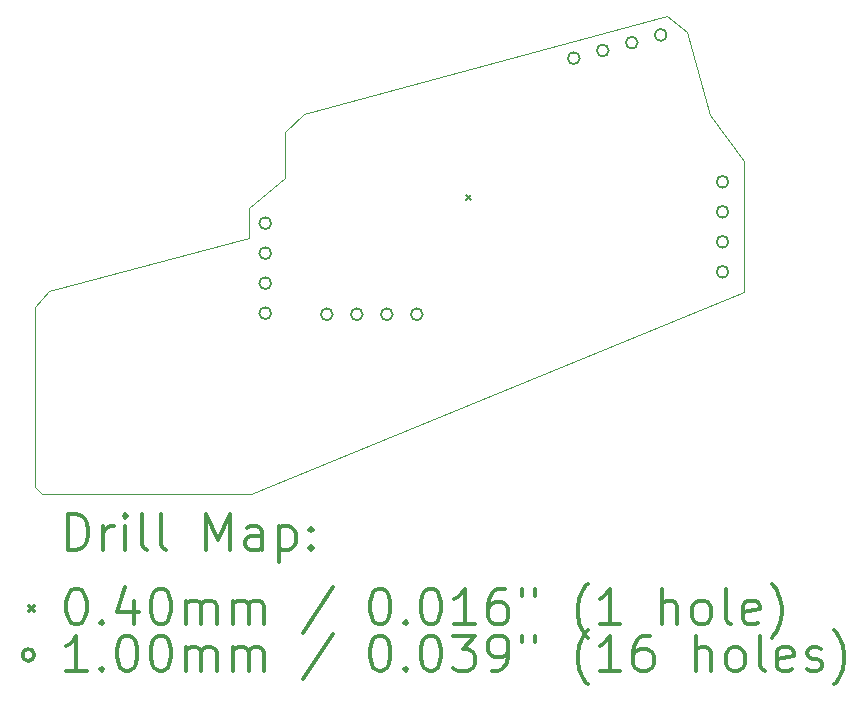
<source format=gbr>
%FSLAX45Y45*%
G04 Gerber Fmt 4.5, Leading zero omitted, Abs format (unit mm)*
G04 Created by KiCad (PCBNEW (5.1.4)-1) date 2023-09-09 05:28:28*
%MOMM*%
%LPD*%
G04 APERTURE LIST*
%ADD10C,0.050000*%
%ADD11C,0.200000*%
%ADD12C,0.300000*%
G04 APERTURE END LIST*
D10*
X-16417000Y-43229000D02*
X-14647000Y-43230000D01*
X-16478000Y-41644000D02*
X-16477000Y-43169000D01*
X-16358000Y-41510000D02*
X-16478000Y-41644000D01*
X-16477000Y-43169000D02*
X-16417000Y-43229000D01*
X-14662000Y-41056000D02*
X-16358000Y-41510000D01*
X-10469855Y-41517132D02*
X-14647000Y-43230000D01*
X-10949861Y-39313217D02*
X-11127158Y-39182619D01*
X-11127158Y-39182619D02*
X-14199856Y-40007338D01*
X-10759256Y-40019786D02*
X-10949861Y-39313217D01*
X-10759256Y-40019786D02*
X-10470385Y-40403131D01*
X-10469855Y-41517132D02*
X-10470385Y-40403131D01*
X-14662081Y-40805850D02*
X-14356862Y-40549556D01*
X-14199856Y-40007338D02*
X-14355680Y-40157437D01*
X-14662000Y-41056000D02*
X-14662081Y-40805850D01*
X-14356862Y-40549556D02*
X-14355680Y-40157437D01*
D11*
X-12821000Y-40697000D02*
X-12781000Y-40737000D01*
X-12781000Y-40697000D02*
X-12821000Y-40737000D01*
X-10602814Y-40582871D02*
G75*
G03X-10602814Y-40582871I-50000J0D01*
G01*
X-10602814Y-40836871D02*
G75*
G03X-10602814Y-40836871I-50000J0D01*
G01*
X-10602814Y-41090871D02*
G75*
G03X-10602814Y-41090871I-50000J0D01*
G01*
X-10602814Y-41344871D02*
G75*
G03X-10602814Y-41344871I-50000J0D01*
G01*
X-11862322Y-39536059D02*
G75*
G03X-11862322Y-39536059I-50000J0D01*
G01*
X-11616977Y-39470319D02*
G75*
G03X-11616977Y-39470319I-50000J0D01*
G01*
X-11371632Y-39404579D02*
G75*
G03X-11371632Y-39404579I-50000J0D01*
G01*
X-11126286Y-39338839D02*
G75*
G03X-11126286Y-39338839I-50000J0D01*
G01*
X-13953933Y-41704457D02*
G75*
G03X-13953933Y-41704457I-50000J0D01*
G01*
X-13699933Y-41704457D02*
G75*
G03X-13699933Y-41704457I-50000J0D01*
G01*
X-13445933Y-41704457D02*
G75*
G03X-13445933Y-41704457I-50000J0D01*
G01*
X-13191933Y-41704457D02*
G75*
G03X-13191933Y-41704457I-50000J0D01*
G01*
X-14474662Y-40932789D02*
G75*
G03X-14474662Y-40932789I-50000J0D01*
G01*
X-14474662Y-41186789D02*
G75*
G03X-14474662Y-41186789I-50000J0D01*
G01*
X-14474662Y-41440789D02*
G75*
G03X-14474662Y-41440789I-50000J0D01*
G01*
X-14474662Y-41694789D02*
G75*
G03X-14474662Y-41694789I-50000J0D01*
G01*
D12*
X-16194071Y-43698214D02*
X-16194071Y-43398214D01*
X-16122643Y-43398214D01*
X-16079786Y-43412500D01*
X-16051214Y-43441072D01*
X-16036929Y-43469643D01*
X-16022643Y-43526786D01*
X-16022643Y-43569643D01*
X-16036929Y-43626786D01*
X-16051214Y-43655357D01*
X-16079786Y-43683929D01*
X-16122643Y-43698214D01*
X-16194071Y-43698214D01*
X-15894071Y-43698214D02*
X-15894071Y-43498214D01*
X-15894071Y-43555357D02*
X-15879786Y-43526786D01*
X-15865500Y-43512500D01*
X-15836929Y-43498214D01*
X-15808357Y-43498214D01*
X-15708357Y-43698214D02*
X-15708357Y-43498214D01*
X-15708357Y-43398214D02*
X-15722643Y-43412500D01*
X-15708357Y-43426786D01*
X-15694071Y-43412500D01*
X-15708357Y-43398214D01*
X-15708357Y-43426786D01*
X-15522643Y-43698214D02*
X-15551214Y-43683929D01*
X-15565500Y-43655357D01*
X-15565500Y-43398214D01*
X-15365500Y-43698214D02*
X-15394071Y-43683929D01*
X-15408357Y-43655357D01*
X-15408357Y-43398214D01*
X-15022643Y-43698214D02*
X-15022643Y-43398214D01*
X-14922643Y-43612500D01*
X-14822643Y-43398214D01*
X-14822643Y-43698214D01*
X-14551214Y-43698214D02*
X-14551214Y-43541072D01*
X-14565500Y-43512500D01*
X-14594071Y-43498214D01*
X-14651214Y-43498214D01*
X-14679786Y-43512500D01*
X-14551214Y-43683929D02*
X-14579786Y-43698214D01*
X-14651214Y-43698214D01*
X-14679786Y-43683929D01*
X-14694071Y-43655357D01*
X-14694071Y-43626786D01*
X-14679786Y-43598214D01*
X-14651214Y-43583929D01*
X-14579786Y-43583929D01*
X-14551214Y-43569643D01*
X-14408357Y-43498214D02*
X-14408357Y-43798214D01*
X-14408357Y-43512500D02*
X-14379786Y-43498214D01*
X-14322643Y-43498214D01*
X-14294071Y-43512500D01*
X-14279786Y-43526786D01*
X-14265500Y-43555357D01*
X-14265500Y-43641072D01*
X-14279786Y-43669643D01*
X-14294071Y-43683929D01*
X-14322643Y-43698214D01*
X-14379786Y-43698214D01*
X-14408357Y-43683929D01*
X-14136929Y-43669643D02*
X-14122643Y-43683929D01*
X-14136929Y-43698214D01*
X-14151214Y-43683929D01*
X-14136929Y-43669643D01*
X-14136929Y-43698214D01*
X-14136929Y-43512500D02*
X-14122643Y-43526786D01*
X-14136929Y-43541072D01*
X-14151214Y-43526786D01*
X-14136929Y-43512500D01*
X-14136929Y-43541072D01*
X-16520500Y-44172500D02*
X-16480500Y-44212500D01*
X-16480500Y-44172500D02*
X-16520500Y-44212500D01*
X-16136929Y-44028214D02*
X-16108357Y-44028214D01*
X-16079786Y-44042500D01*
X-16065500Y-44056786D01*
X-16051214Y-44085357D01*
X-16036929Y-44142500D01*
X-16036929Y-44213929D01*
X-16051214Y-44271072D01*
X-16065500Y-44299643D01*
X-16079786Y-44313929D01*
X-16108357Y-44328214D01*
X-16136929Y-44328214D01*
X-16165500Y-44313929D01*
X-16179786Y-44299643D01*
X-16194071Y-44271072D01*
X-16208357Y-44213929D01*
X-16208357Y-44142500D01*
X-16194071Y-44085357D01*
X-16179786Y-44056786D01*
X-16165500Y-44042500D01*
X-16136929Y-44028214D01*
X-15908357Y-44299643D02*
X-15894071Y-44313929D01*
X-15908357Y-44328214D01*
X-15922643Y-44313929D01*
X-15908357Y-44299643D01*
X-15908357Y-44328214D01*
X-15636929Y-44128214D02*
X-15636929Y-44328214D01*
X-15708357Y-44013929D02*
X-15779786Y-44228214D01*
X-15594071Y-44228214D01*
X-15422643Y-44028214D02*
X-15394071Y-44028214D01*
X-15365500Y-44042500D01*
X-15351214Y-44056786D01*
X-15336929Y-44085357D01*
X-15322643Y-44142500D01*
X-15322643Y-44213929D01*
X-15336929Y-44271072D01*
X-15351214Y-44299643D01*
X-15365500Y-44313929D01*
X-15394071Y-44328214D01*
X-15422643Y-44328214D01*
X-15451214Y-44313929D01*
X-15465500Y-44299643D01*
X-15479786Y-44271072D01*
X-15494071Y-44213929D01*
X-15494071Y-44142500D01*
X-15479786Y-44085357D01*
X-15465500Y-44056786D01*
X-15451214Y-44042500D01*
X-15422643Y-44028214D01*
X-15194071Y-44328214D02*
X-15194071Y-44128214D01*
X-15194071Y-44156786D02*
X-15179786Y-44142500D01*
X-15151214Y-44128214D01*
X-15108357Y-44128214D01*
X-15079786Y-44142500D01*
X-15065500Y-44171072D01*
X-15065500Y-44328214D01*
X-15065500Y-44171072D02*
X-15051214Y-44142500D01*
X-15022643Y-44128214D01*
X-14979786Y-44128214D01*
X-14951214Y-44142500D01*
X-14936929Y-44171072D01*
X-14936929Y-44328214D01*
X-14794071Y-44328214D02*
X-14794071Y-44128214D01*
X-14794071Y-44156786D02*
X-14779786Y-44142500D01*
X-14751214Y-44128214D01*
X-14708357Y-44128214D01*
X-14679786Y-44142500D01*
X-14665500Y-44171072D01*
X-14665500Y-44328214D01*
X-14665500Y-44171072D02*
X-14651214Y-44142500D01*
X-14622643Y-44128214D01*
X-14579786Y-44128214D01*
X-14551214Y-44142500D01*
X-14536929Y-44171072D01*
X-14536929Y-44328214D01*
X-13951214Y-44013929D02*
X-14208357Y-44399643D01*
X-13565500Y-44028214D02*
X-13536929Y-44028214D01*
X-13508357Y-44042500D01*
X-13494071Y-44056786D01*
X-13479786Y-44085357D01*
X-13465500Y-44142500D01*
X-13465500Y-44213929D01*
X-13479786Y-44271072D01*
X-13494071Y-44299643D01*
X-13508357Y-44313929D01*
X-13536929Y-44328214D01*
X-13565500Y-44328214D01*
X-13594071Y-44313929D01*
X-13608357Y-44299643D01*
X-13622643Y-44271072D01*
X-13636929Y-44213929D01*
X-13636929Y-44142500D01*
X-13622643Y-44085357D01*
X-13608357Y-44056786D01*
X-13594071Y-44042500D01*
X-13565500Y-44028214D01*
X-13336929Y-44299643D02*
X-13322643Y-44313929D01*
X-13336929Y-44328214D01*
X-13351214Y-44313929D01*
X-13336929Y-44299643D01*
X-13336929Y-44328214D01*
X-13136929Y-44028214D02*
X-13108357Y-44028214D01*
X-13079786Y-44042500D01*
X-13065500Y-44056786D01*
X-13051214Y-44085357D01*
X-13036929Y-44142500D01*
X-13036929Y-44213929D01*
X-13051214Y-44271072D01*
X-13065500Y-44299643D01*
X-13079786Y-44313929D01*
X-13108357Y-44328214D01*
X-13136929Y-44328214D01*
X-13165500Y-44313929D01*
X-13179786Y-44299643D01*
X-13194071Y-44271072D01*
X-13208357Y-44213929D01*
X-13208357Y-44142500D01*
X-13194071Y-44085357D01*
X-13179786Y-44056786D01*
X-13165500Y-44042500D01*
X-13136929Y-44028214D01*
X-12751214Y-44328214D02*
X-12922643Y-44328214D01*
X-12836929Y-44328214D02*
X-12836929Y-44028214D01*
X-12865500Y-44071072D01*
X-12894071Y-44099643D01*
X-12922643Y-44113929D01*
X-12494071Y-44028214D02*
X-12551214Y-44028214D01*
X-12579786Y-44042500D01*
X-12594071Y-44056786D01*
X-12622643Y-44099643D01*
X-12636929Y-44156786D01*
X-12636929Y-44271072D01*
X-12622643Y-44299643D01*
X-12608357Y-44313929D01*
X-12579786Y-44328214D01*
X-12522643Y-44328214D01*
X-12494071Y-44313929D01*
X-12479786Y-44299643D01*
X-12465500Y-44271072D01*
X-12465500Y-44199643D01*
X-12479786Y-44171072D01*
X-12494071Y-44156786D01*
X-12522643Y-44142500D01*
X-12579786Y-44142500D01*
X-12608357Y-44156786D01*
X-12622643Y-44171072D01*
X-12636929Y-44199643D01*
X-12351214Y-44028214D02*
X-12351214Y-44085357D01*
X-12236929Y-44028214D02*
X-12236929Y-44085357D01*
X-11794071Y-44442500D02*
X-11808357Y-44428214D01*
X-11836929Y-44385357D01*
X-11851214Y-44356786D01*
X-11865500Y-44313929D01*
X-11879786Y-44242500D01*
X-11879786Y-44185357D01*
X-11865500Y-44113929D01*
X-11851214Y-44071072D01*
X-11836929Y-44042500D01*
X-11808357Y-43999643D01*
X-11794071Y-43985357D01*
X-11522643Y-44328214D02*
X-11694071Y-44328214D01*
X-11608357Y-44328214D02*
X-11608357Y-44028214D01*
X-11636929Y-44071072D01*
X-11665500Y-44099643D01*
X-11694071Y-44113929D01*
X-11165500Y-44328214D02*
X-11165500Y-44028214D01*
X-11036929Y-44328214D02*
X-11036929Y-44171072D01*
X-11051214Y-44142500D01*
X-11079786Y-44128214D01*
X-11122643Y-44128214D01*
X-11151214Y-44142500D01*
X-11165500Y-44156786D01*
X-10851214Y-44328214D02*
X-10879786Y-44313929D01*
X-10894072Y-44299643D01*
X-10908357Y-44271072D01*
X-10908357Y-44185357D01*
X-10894072Y-44156786D01*
X-10879786Y-44142500D01*
X-10851214Y-44128214D01*
X-10808357Y-44128214D01*
X-10779786Y-44142500D01*
X-10765500Y-44156786D01*
X-10751214Y-44185357D01*
X-10751214Y-44271072D01*
X-10765500Y-44299643D01*
X-10779786Y-44313929D01*
X-10808357Y-44328214D01*
X-10851214Y-44328214D01*
X-10579786Y-44328214D02*
X-10608357Y-44313929D01*
X-10622643Y-44285357D01*
X-10622643Y-44028214D01*
X-10351214Y-44313929D02*
X-10379786Y-44328214D01*
X-10436929Y-44328214D01*
X-10465500Y-44313929D01*
X-10479786Y-44285357D01*
X-10479786Y-44171072D01*
X-10465500Y-44142500D01*
X-10436929Y-44128214D01*
X-10379786Y-44128214D01*
X-10351214Y-44142500D01*
X-10336929Y-44171072D01*
X-10336929Y-44199643D01*
X-10479786Y-44228214D01*
X-10236929Y-44442500D02*
X-10222643Y-44428214D01*
X-10194072Y-44385357D01*
X-10179786Y-44356786D01*
X-10165500Y-44313929D01*
X-10151214Y-44242500D01*
X-10151214Y-44185357D01*
X-10165500Y-44113929D01*
X-10179786Y-44071072D01*
X-10194072Y-44042500D01*
X-10222643Y-43999643D01*
X-10236929Y-43985357D01*
X-16480500Y-44588500D02*
G75*
G03X-16480500Y-44588500I-50000J0D01*
G01*
X-16036929Y-44724214D02*
X-16208357Y-44724214D01*
X-16122643Y-44724214D02*
X-16122643Y-44424214D01*
X-16151214Y-44467072D01*
X-16179786Y-44495643D01*
X-16208357Y-44509929D01*
X-15908357Y-44695643D02*
X-15894071Y-44709929D01*
X-15908357Y-44724214D01*
X-15922643Y-44709929D01*
X-15908357Y-44695643D01*
X-15908357Y-44724214D01*
X-15708357Y-44424214D02*
X-15679786Y-44424214D01*
X-15651214Y-44438500D01*
X-15636929Y-44452786D01*
X-15622643Y-44481357D01*
X-15608357Y-44538500D01*
X-15608357Y-44609929D01*
X-15622643Y-44667072D01*
X-15636929Y-44695643D01*
X-15651214Y-44709929D01*
X-15679786Y-44724214D01*
X-15708357Y-44724214D01*
X-15736929Y-44709929D01*
X-15751214Y-44695643D01*
X-15765500Y-44667072D01*
X-15779786Y-44609929D01*
X-15779786Y-44538500D01*
X-15765500Y-44481357D01*
X-15751214Y-44452786D01*
X-15736929Y-44438500D01*
X-15708357Y-44424214D01*
X-15422643Y-44424214D02*
X-15394071Y-44424214D01*
X-15365500Y-44438500D01*
X-15351214Y-44452786D01*
X-15336929Y-44481357D01*
X-15322643Y-44538500D01*
X-15322643Y-44609929D01*
X-15336929Y-44667072D01*
X-15351214Y-44695643D01*
X-15365500Y-44709929D01*
X-15394071Y-44724214D01*
X-15422643Y-44724214D01*
X-15451214Y-44709929D01*
X-15465500Y-44695643D01*
X-15479786Y-44667072D01*
X-15494071Y-44609929D01*
X-15494071Y-44538500D01*
X-15479786Y-44481357D01*
X-15465500Y-44452786D01*
X-15451214Y-44438500D01*
X-15422643Y-44424214D01*
X-15194071Y-44724214D02*
X-15194071Y-44524214D01*
X-15194071Y-44552786D02*
X-15179786Y-44538500D01*
X-15151214Y-44524214D01*
X-15108357Y-44524214D01*
X-15079786Y-44538500D01*
X-15065500Y-44567072D01*
X-15065500Y-44724214D01*
X-15065500Y-44567072D02*
X-15051214Y-44538500D01*
X-15022643Y-44524214D01*
X-14979786Y-44524214D01*
X-14951214Y-44538500D01*
X-14936929Y-44567072D01*
X-14936929Y-44724214D01*
X-14794071Y-44724214D02*
X-14794071Y-44524214D01*
X-14794071Y-44552786D02*
X-14779786Y-44538500D01*
X-14751214Y-44524214D01*
X-14708357Y-44524214D01*
X-14679786Y-44538500D01*
X-14665500Y-44567072D01*
X-14665500Y-44724214D01*
X-14665500Y-44567072D02*
X-14651214Y-44538500D01*
X-14622643Y-44524214D01*
X-14579786Y-44524214D01*
X-14551214Y-44538500D01*
X-14536929Y-44567072D01*
X-14536929Y-44724214D01*
X-13951214Y-44409929D02*
X-14208357Y-44795643D01*
X-13565500Y-44424214D02*
X-13536929Y-44424214D01*
X-13508357Y-44438500D01*
X-13494071Y-44452786D01*
X-13479786Y-44481357D01*
X-13465500Y-44538500D01*
X-13465500Y-44609929D01*
X-13479786Y-44667072D01*
X-13494071Y-44695643D01*
X-13508357Y-44709929D01*
X-13536929Y-44724214D01*
X-13565500Y-44724214D01*
X-13594071Y-44709929D01*
X-13608357Y-44695643D01*
X-13622643Y-44667072D01*
X-13636929Y-44609929D01*
X-13636929Y-44538500D01*
X-13622643Y-44481357D01*
X-13608357Y-44452786D01*
X-13594071Y-44438500D01*
X-13565500Y-44424214D01*
X-13336929Y-44695643D02*
X-13322643Y-44709929D01*
X-13336929Y-44724214D01*
X-13351214Y-44709929D01*
X-13336929Y-44695643D01*
X-13336929Y-44724214D01*
X-13136929Y-44424214D02*
X-13108357Y-44424214D01*
X-13079786Y-44438500D01*
X-13065500Y-44452786D01*
X-13051214Y-44481357D01*
X-13036929Y-44538500D01*
X-13036929Y-44609929D01*
X-13051214Y-44667072D01*
X-13065500Y-44695643D01*
X-13079786Y-44709929D01*
X-13108357Y-44724214D01*
X-13136929Y-44724214D01*
X-13165500Y-44709929D01*
X-13179786Y-44695643D01*
X-13194071Y-44667072D01*
X-13208357Y-44609929D01*
X-13208357Y-44538500D01*
X-13194071Y-44481357D01*
X-13179786Y-44452786D01*
X-13165500Y-44438500D01*
X-13136929Y-44424214D01*
X-12936929Y-44424214D02*
X-12751214Y-44424214D01*
X-12851214Y-44538500D01*
X-12808357Y-44538500D01*
X-12779786Y-44552786D01*
X-12765500Y-44567072D01*
X-12751214Y-44595643D01*
X-12751214Y-44667072D01*
X-12765500Y-44695643D01*
X-12779786Y-44709929D01*
X-12808357Y-44724214D01*
X-12894071Y-44724214D01*
X-12922643Y-44709929D01*
X-12936929Y-44695643D01*
X-12608357Y-44724214D02*
X-12551214Y-44724214D01*
X-12522643Y-44709929D01*
X-12508357Y-44695643D01*
X-12479786Y-44652786D01*
X-12465500Y-44595643D01*
X-12465500Y-44481357D01*
X-12479786Y-44452786D01*
X-12494071Y-44438500D01*
X-12522643Y-44424214D01*
X-12579786Y-44424214D01*
X-12608357Y-44438500D01*
X-12622643Y-44452786D01*
X-12636929Y-44481357D01*
X-12636929Y-44552786D01*
X-12622643Y-44581357D01*
X-12608357Y-44595643D01*
X-12579786Y-44609929D01*
X-12522643Y-44609929D01*
X-12494071Y-44595643D01*
X-12479786Y-44581357D01*
X-12465500Y-44552786D01*
X-12351214Y-44424214D02*
X-12351214Y-44481357D01*
X-12236929Y-44424214D02*
X-12236929Y-44481357D01*
X-11794071Y-44838500D02*
X-11808357Y-44824214D01*
X-11836929Y-44781357D01*
X-11851214Y-44752786D01*
X-11865500Y-44709929D01*
X-11879786Y-44638500D01*
X-11879786Y-44581357D01*
X-11865500Y-44509929D01*
X-11851214Y-44467072D01*
X-11836929Y-44438500D01*
X-11808357Y-44395643D01*
X-11794071Y-44381357D01*
X-11522643Y-44724214D02*
X-11694071Y-44724214D01*
X-11608357Y-44724214D02*
X-11608357Y-44424214D01*
X-11636929Y-44467072D01*
X-11665500Y-44495643D01*
X-11694071Y-44509929D01*
X-11265500Y-44424214D02*
X-11322643Y-44424214D01*
X-11351214Y-44438500D01*
X-11365500Y-44452786D01*
X-11394071Y-44495643D01*
X-11408357Y-44552786D01*
X-11408357Y-44667072D01*
X-11394071Y-44695643D01*
X-11379786Y-44709929D01*
X-11351214Y-44724214D01*
X-11294071Y-44724214D01*
X-11265500Y-44709929D01*
X-11251214Y-44695643D01*
X-11236929Y-44667072D01*
X-11236929Y-44595643D01*
X-11251214Y-44567072D01*
X-11265500Y-44552786D01*
X-11294071Y-44538500D01*
X-11351214Y-44538500D01*
X-11379786Y-44552786D01*
X-11394071Y-44567072D01*
X-11408357Y-44595643D01*
X-10879786Y-44724214D02*
X-10879786Y-44424214D01*
X-10751214Y-44724214D02*
X-10751214Y-44567072D01*
X-10765500Y-44538500D01*
X-10794072Y-44524214D01*
X-10836929Y-44524214D01*
X-10865500Y-44538500D01*
X-10879786Y-44552786D01*
X-10565500Y-44724214D02*
X-10594072Y-44709929D01*
X-10608357Y-44695643D01*
X-10622643Y-44667072D01*
X-10622643Y-44581357D01*
X-10608357Y-44552786D01*
X-10594072Y-44538500D01*
X-10565500Y-44524214D01*
X-10522643Y-44524214D01*
X-10494072Y-44538500D01*
X-10479786Y-44552786D01*
X-10465500Y-44581357D01*
X-10465500Y-44667072D01*
X-10479786Y-44695643D01*
X-10494072Y-44709929D01*
X-10522643Y-44724214D01*
X-10565500Y-44724214D01*
X-10294072Y-44724214D02*
X-10322643Y-44709929D01*
X-10336929Y-44681357D01*
X-10336929Y-44424214D01*
X-10065500Y-44709929D02*
X-10094072Y-44724214D01*
X-10151214Y-44724214D01*
X-10179786Y-44709929D01*
X-10194072Y-44681357D01*
X-10194072Y-44567072D01*
X-10179786Y-44538500D01*
X-10151214Y-44524214D01*
X-10094072Y-44524214D01*
X-10065500Y-44538500D01*
X-10051214Y-44567072D01*
X-10051214Y-44595643D01*
X-10194072Y-44624214D01*
X-9936929Y-44709929D02*
X-9908357Y-44724214D01*
X-9851214Y-44724214D01*
X-9822643Y-44709929D01*
X-9808357Y-44681357D01*
X-9808357Y-44667072D01*
X-9822643Y-44638500D01*
X-9851214Y-44624214D01*
X-9894072Y-44624214D01*
X-9922643Y-44609929D01*
X-9936929Y-44581357D01*
X-9936929Y-44567072D01*
X-9922643Y-44538500D01*
X-9894072Y-44524214D01*
X-9851214Y-44524214D01*
X-9822643Y-44538500D01*
X-9708357Y-44838500D02*
X-9694072Y-44824214D01*
X-9665500Y-44781357D01*
X-9651214Y-44752786D01*
X-9636929Y-44709929D01*
X-9622643Y-44638500D01*
X-9622643Y-44581357D01*
X-9636929Y-44509929D01*
X-9651214Y-44467072D01*
X-9665500Y-44438500D01*
X-9694072Y-44395643D01*
X-9708357Y-44381357D01*
M02*

</source>
